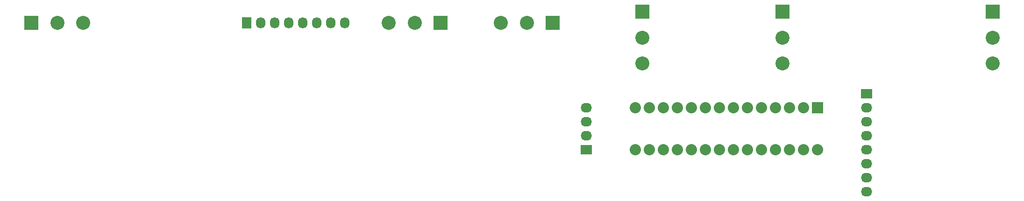
<source format=gbr>
G04 #@! TF.FileFunction,Copper,L1,Top,Signal*
%FSLAX46Y46*%
G04 Gerber Fmt 4.6, Leading zero omitted, Abs format (unit mm)*
G04 Created by KiCad (PCBNEW 4.0.2-stable) date Wednesday, 10 August 2016 'pmt' 16:25:39*
%MOMM*%
G01*
G04 APERTURE LIST*
%ADD10C,0.100000*%
%ADD11R,2.032000X1.727200*%
%ADD12O,2.032000X1.727200*%
%ADD13R,1.727200X2.032000*%
%ADD14O,1.727200X2.032000*%
%ADD15R,2.540000X2.540000*%
%ADD16C,2.540000*%
%ADD17R,2.032000X2.032000*%
%ADD18C,2.032000*%
G04 APERTURE END LIST*
D10*
D11*
X142240000Y-58420000D03*
D12*
X142240000Y-55880000D03*
X142240000Y-53340000D03*
X142240000Y-50800000D03*
D11*
X193040000Y-48260000D03*
D12*
X193040000Y-50800000D03*
X193040000Y-53340000D03*
X193040000Y-55880000D03*
X193040000Y-58420000D03*
X193040000Y-60960000D03*
X193040000Y-63500000D03*
X193040000Y-66040000D03*
D13*
X80645000Y-35433000D03*
D14*
X83185000Y-35433000D03*
X85725000Y-35433000D03*
X88265000Y-35433000D03*
X90805000Y-35433000D03*
X93345000Y-35433000D03*
X95885000Y-35433000D03*
X98425000Y-35433000D03*
D15*
X152400000Y-33401000D03*
D16*
X152400000Y-38100000D03*
X152400000Y-42799000D03*
D15*
X177800000Y-33401000D03*
D16*
X177800000Y-38100000D03*
X177800000Y-42799000D03*
D15*
X215900000Y-33401000D03*
D16*
X215900000Y-38100000D03*
X215900000Y-42799000D03*
D15*
X136144000Y-35433000D03*
D16*
X131445000Y-35433000D03*
X126746000Y-35433000D03*
D15*
X115824000Y-35433000D03*
D16*
X111125000Y-35433000D03*
X106426000Y-35433000D03*
D15*
X41656000Y-35433000D03*
D16*
X46355000Y-35433000D03*
X51054000Y-35433000D03*
D17*
X184150000Y-50800000D03*
D18*
X181610000Y-50800000D03*
X179070000Y-50800000D03*
X176530000Y-50800000D03*
X173990000Y-50800000D03*
X171450000Y-50800000D03*
X168910000Y-50800000D03*
X166370000Y-50800000D03*
X163830000Y-50800000D03*
X161290000Y-50800000D03*
X158750000Y-50800000D03*
X156210000Y-50800000D03*
X153670000Y-50800000D03*
X151130000Y-50800000D03*
X151130000Y-58420000D03*
X153670000Y-58420000D03*
X156210000Y-58420000D03*
X158750000Y-58420000D03*
X161290000Y-58420000D03*
X163830000Y-58420000D03*
X166370000Y-58420000D03*
X168910000Y-58420000D03*
X171450000Y-58420000D03*
X173990000Y-58420000D03*
X176530000Y-58420000D03*
X179070000Y-58420000D03*
X181610000Y-58420000D03*
X184150000Y-58420000D03*
M02*

</source>
